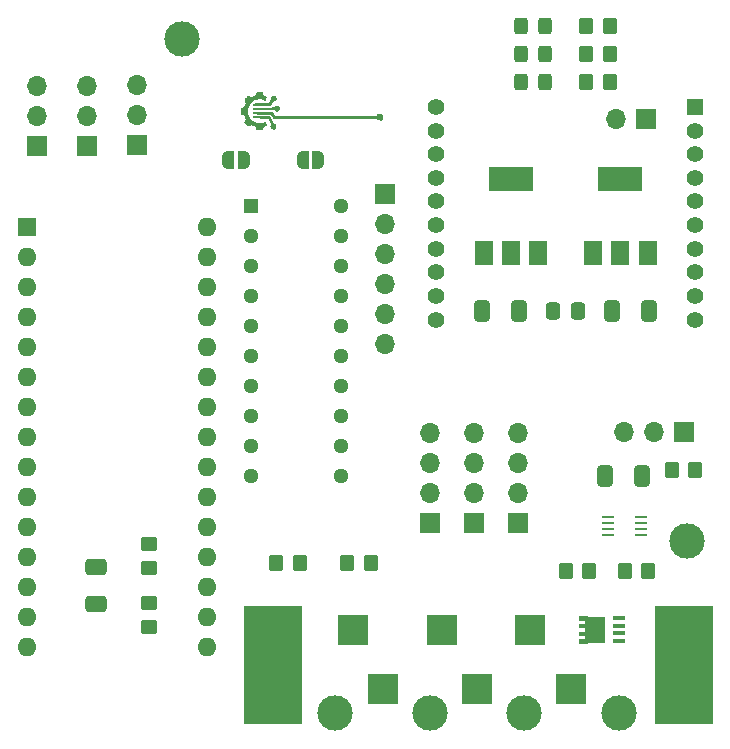
<source format=gbr>
%TF.GenerationSoftware,KiCad,Pcbnew,(5.99.0-9885-g7a8abcadd2)*%
%TF.CreationDate,2021-03-25T06:13:52-06:00*%
%TF.ProjectId,spinnybot-motherboad,7370696e-6e79-4626-9f74-2d6d6f746865,rev?*%
%TF.SameCoordinates,Original*%
%TF.FileFunction,Soldermask,Top*%
%TF.FilePolarity,Negative*%
%FSLAX46Y46*%
G04 Gerber Fmt 4.6, Leading zero omitted, Abs format (unit mm)*
G04 Created by KiCad (PCBNEW (5.99.0-9885-g7a8abcadd2)) date 2021-03-25 06:13:52*
%MOMM*%
%LPD*%
G01*
G04 APERTURE LIST*
G04 Aperture macros list*
%AMRoundRect*
0 Rectangle with rounded corners*
0 $1 Rounding radius*
0 $2 $3 $4 $5 $6 $7 $8 $9 X,Y pos of 4 corners*
0 Add a 4 corners polygon primitive as box body*
4,1,4,$2,$3,$4,$5,$6,$7,$8,$9,$2,$3,0*
0 Add four circle primitives for the rounded corners*
1,1,$1+$1,$2,$3*
1,1,$1+$1,$4,$5*
1,1,$1+$1,$6,$7*
1,1,$1+$1,$8,$9*
0 Add four rect primitives between the rounded corners*
20,1,$1+$1,$2,$3,$4,$5,0*
20,1,$1+$1,$4,$5,$6,$7,0*
20,1,$1+$1,$6,$7,$8,$9,0*
20,1,$1+$1,$8,$9,$2,$3,0*%
%AMFreePoly0*
4,1,22,0.500000,-0.750000,0.000000,-0.750000,0.000000,-0.745033,-0.079941,-0.743568,-0.215256,-0.701293,-0.333266,-0.622738,-0.424486,-0.514219,-0.481581,-0.384460,-0.499164,-0.250000,-0.500000,-0.250000,-0.500000,0.250000,-0.499164,0.250000,-0.499963,0.256109,-0.478152,0.396186,-0.417904,0.524511,-0.324060,0.630769,-0.204165,0.706417,-0.067858,0.745374,0.000000,0.744959,0.000000,0.750000,
0.500000,0.750000,0.500000,-0.750000,0.500000,-0.750000,$1*%
%AMFreePoly1*
4,1,20,0.000000,0.744959,0.073905,0.744508,0.209726,0.703889,0.328688,0.626782,0.421226,0.519385,0.479903,0.390333,0.500000,0.250000,0.500000,-0.250000,0.499851,-0.262216,0.476331,-0.402017,0.414519,-0.529596,0.319384,-0.634700,0.198574,-0.708877,0.061801,-0.746166,0.000000,-0.745033,0.000000,-0.750000,-0.500000,-0.750000,-0.500000,0.750000,0.000000,0.750000,0.000000,0.744959,
0.000000,0.744959,$1*%
%AMFreePoly2*
4,1,21,1.372500,0.787500,0.862500,0.787500,0.862500,0.532500,1.372500,0.532500,1.372500,0.127500,0.862500,0.127500,0.862500,-0.127500,1.372500,-0.127500,1.372500,-0.532500,0.862500,-0.532500,0.862500,-0.787500,1.372500,-0.787500,1.372500,-1.195000,0.612500,-1.195000,0.612500,-1.117500,-0.862500,-1.117500,-0.862500,1.117500,0.612500,1.117500,0.612500,1.195000,1.372500,1.195000,
1.372500,0.787500,1.372500,0.787500,$1*%
G04 Aperture macros list end*
%ADD10C,0.010000*%
%ADD11C,0.600000*%
%ADD12RoundRect,0.250000X-0.350000X-0.450000X0.350000X-0.450000X0.350000X0.450000X-0.350000X0.450000X0*%
%ADD13R,1.700000X1.700000*%
%ADD14O,1.700000X1.700000*%
%ADD15RoundRect,0.250000X0.325000X0.450000X-0.325000X0.450000X-0.325000X-0.450000X0.325000X-0.450000X0*%
%ADD16RoundRect,0.250000X0.412500X0.650000X-0.412500X0.650000X-0.412500X-0.650000X0.412500X-0.650000X0*%
%ADD17RoundRect,0.250000X0.450000X-0.350000X0.450000X0.350000X-0.450000X0.350000X-0.450000X-0.350000X0*%
%ADD18RoundRect,0.250000X0.650000X-0.412500X0.650000X0.412500X-0.650000X0.412500X-0.650000X-0.412500X0*%
%ADD19C,3.000000*%
%ADD20R,1.120000X0.270000*%
%ADD21R,5.000000X10.000000*%
%ADD22R,2.500000X2.500000*%
%ADD23R,1.295400X1.295400*%
%ADD24C,1.295400*%
%ADD25FreePoly0,180.000000*%
%ADD26FreePoly1,180.000000*%
%ADD27R,1.500000X2.000000*%
%ADD28R,3.800000X2.000000*%
%ADD29R,0.990000X0.405000*%
%ADD30FreePoly2,180.000000*%
%ADD31RoundRect,0.250000X0.350000X0.450000X-0.350000X0.450000X-0.350000X-0.450000X0.350000X-0.450000X0*%
%ADD32FreePoly0,0.000000*%
%ADD33FreePoly1,0.000000*%
%ADD34R,1.600000X1.600000*%
%ADD35O,1.600000X1.600000*%
%ADD36RoundRect,0.250000X0.337500X0.475000X-0.337500X0.475000X-0.337500X-0.475000X0.337500X-0.475000X0*%
%ADD37R,1.400000X1.400000*%
%ADD38C,1.400000*%
G04 APERTURE END LIST*
D10*
%TO.C,TP1*%
X100048426Y-58512335D02*
X100080020Y-58513166D01*
X100080020Y-58513166D02*
X100288563Y-58519250D01*
X100288563Y-58519250D02*
X100331069Y-58645014D01*
X100331069Y-58645014D02*
X100356031Y-58713890D01*
X100356031Y-58713890D02*
X100380663Y-58756295D01*
X100380663Y-58756295D02*
X100417123Y-58784910D01*
X100417123Y-58784910D02*
X100477568Y-58812418D01*
X100477568Y-58812418D02*
X100500402Y-58821630D01*
X100500402Y-58821630D02*
X100566718Y-58848829D01*
X100566718Y-58848829D02*
X100615289Y-58869893D01*
X100615289Y-58869893D02*
X100634693Y-58879719D01*
X100634693Y-58879719D02*
X100630565Y-58901128D01*
X100630565Y-58901128D02*
X100612317Y-58949514D01*
X100612317Y-58949514D02*
X100588709Y-59003702D01*
X100588709Y-59003702D02*
X100535260Y-59120449D01*
X100535260Y-59120449D02*
X100411960Y-59077112D01*
X100411960Y-59077112D02*
X100214600Y-59028783D01*
X100214600Y-59028783D02*
X100017907Y-59019873D01*
X100017907Y-59019873D02*
X99826426Y-59047648D01*
X99826426Y-59047648D02*
X99644699Y-59109373D01*
X99644699Y-59109373D02*
X99477272Y-59202310D01*
X99477272Y-59202310D02*
X99328686Y-59323726D01*
X99328686Y-59323726D02*
X99203488Y-59470885D01*
X99203488Y-59470885D02*
X99106219Y-59641051D01*
X99106219Y-59641051D02*
X99041425Y-59831489D01*
X99041425Y-59831489D02*
X99025792Y-59911603D01*
X99025792Y-59911603D02*
X99015132Y-60110808D01*
X99015132Y-60110808D02*
X99042916Y-60305869D01*
X99042916Y-60305869D02*
X99105700Y-60491759D01*
X99105700Y-60491759D02*
X99200035Y-60663448D01*
X99200035Y-60663448D02*
X99322478Y-60815909D01*
X99322478Y-60815909D02*
X99469582Y-60944113D01*
X99469582Y-60944113D02*
X99637902Y-61043033D01*
X99637902Y-61043033D02*
X99823990Y-61107639D01*
X99823990Y-61107639D02*
X99849300Y-61113254D01*
X99849300Y-61113254D02*
X99989696Y-61129066D01*
X99989696Y-61129066D02*
X100147157Y-61125428D01*
X100147157Y-61125428D02*
X100301907Y-61103747D01*
X100301907Y-61103747D02*
X100414067Y-61073077D01*
X100414067Y-61073077D02*
X100479238Y-61050536D01*
X100479238Y-61050536D02*
X100525452Y-61036165D01*
X100525452Y-61036165D02*
X100541903Y-61033059D01*
X100541903Y-61033059D02*
X100593226Y-61146366D01*
X100593226Y-61146366D02*
X100624844Y-61222762D01*
X100624844Y-61222762D02*
X100636941Y-61262704D01*
X100636941Y-61262704D02*
X100636111Y-61268864D01*
X100636111Y-61268864D02*
X100613283Y-61280610D01*
X100613283Y-61280610D02*
X100562413Y-61302770D01*
X100562413Y-61302770D02*
X100500230Y-61328239D01*
X100500230Y-61328239D02*
X100429770Y-61358542D01*
X100429770Y-61358542D02*
X100387628Y-61385999D01*
X100387628Y-61385999D02*
X100362079Y-61421503D01*
X100362079Y-61421503D02*
X100341480Y-61475690D01*
X100341480Y-61475690D02*
X100315250Y-61548794D01*
X100315250Y-61548794D02*
X100287890Y-61596474D01*
X100287890Y-61596474D02*
X100250109Y-61624146D01*
X100250109Y-61624146D02*
X100192618Y-61637225D01*
X100192618Y-61637225D02*
X100106128Y-61641127D01*
X100106128Y-61641127D02*
X100057371Y-61641333D01*
X100057371Y-61641333D02*
X99950465Y-61638387D01*
X99950465Y-61638387D02*
X99875831Y-61629921D01*
X99875831Y-61629921D02*
X99838302Y-61616493D01*
X99838302Y-61616493D02*
X99837713Y-61615933D01*
X99837713Y-61615933D02*
X99815149Y-61578683D01*
X99815149Y-61578683D02*
X99812313Y-61563445D01*
X99812313Y-61563445D02*
X99804868Y-61527893D01*
X99804868Y-61527893D02*
X99786266Y-61471959D01*
X99786266Y-61471959D02*
X99778672Y-61452279D01*
X99778672Y-61452279D02*
X99745168Y-61390373D01*
X99745168Y-61390373D02*
X99698378Y-61355072D01*
X99698378Y-61355072D02*
X99667547Y-61343314D01*
X99667547Y-61343314D02*
X99602943Y-61319319D01*
X99602943Y-61319319D02*
X99523646Y-61285568D01*
X99523646Y-61285568D02*
X99480139Y-61265366D01*
X99480139Y-61265366D02*
X99370215Y-61212307D01*
X99370215Y-61212307D02*
X99260479Y-61269687D01*
X99260479Y-61269687D02*
X99181911Y-61303939D01*
X99181911Y-61303939D02*
X99121176Y-61316923D01*
X99121176Y-61316923D02*
X99104258Y-61315399D01*
X99104258Y-61315399D02*
X99066799Y-61294387D01*
X99066799Y-61294387D02*
X99013841Y-61250829D01*
X99013841Y-61250829D02*
X98954103Y-61193763D01*
X98954103Y-61193763D02*
X98896302Y-61132226D01*
X98896302Y-61132226D02*
X98849155Y-61075256D01*
X98849155Y-61075256D02*
X98821379Y-61031889D01*
X98821379Y-61031889D02*
X98817480Y-61018098D01*
X98817480Y-61018098D02*
X98826857Y-60981292D01*
X98826857Y-60981292D02*
X98850933Y-60923013D01*
X98850933Y-60923013D02*
X98871825Y-60880454D01*
X98871825Y-60880454D02*
X98926170Y-60776521D01*
X98926170Y-60776521D02*
X98860178Y-60621552D01*
X98860178Y-60621552D02*
X98826202Y-60541567D01*
X98826202Y-60541567D02*
X98796720Y-60471806D01*
X98796720Y-60471806D02*
X98777323Y-60425503D01*
X98777323Y-60425503D02*
X98775439Y-60420938D01*
X98775439Y-60420938D02*
X98738330Y-60380690D01*
X98738330Y-60380690D02*
X98686544Y-60360180D01*
X98686544Y-60360180D02*
X98616686Y-60339599D01*
X98616686Y-60339599D02*
X98557458Y-60314946D01*
X98557458Y-60314946D02*
X98498520Y-60284824D01*
X98498520Y-60284824D02*
X98504541Y-60068787D01*
X98504541Y-60068787D02*
X98510563Y-59852750D01*
X98510563Y-59852750D02*
X98635464Y-59810417D01*
X98635464Y-59810417D02*
X98715697Y-59778061D01*
X98715697Y-59778061D02*
X98762626Y-59744841D01*
X98762626Y-59744841D02*
X98781539Y-59715167D01*
X98781539Y-59715167D02*
X98800771Y-59669197D01*
X98800771Y-59669197D02*
X98830779Y-59599691D01*
X98830779Y-59599691D02*
X98864824Y-59522245D01*
X98864824Y-59522245D02*
X98926934Y-59382239D01*
X98926934Y-59382239D02*
X98870554Y-59270978D01*
X98870554Y-59270978D02*
X98837431Y-59192631D01*
X98837431Y-59192631D02*
X98824398Y-59131455D01*
X98824398Y-59131455D02*
X98825877Y-59113089D01*
X98825877Y-59113089D02*
X98846941Y-59075486D01*
X98846941Y-59075486D02*
X98890565Y-59022428D01*
X98890565Y-59022428D02*
X98947706Y-58962634D01*
X98947706Y-58962634D02*
X99009320Y-58904822D01*
X99009320Y-58904822D02*
X99066363Y-58857708D01*
X99066363Y-58857708D02*
X99109793Y-58830010D01*
X99109793Y-58830010D02*
X99123528Y-58826167D01*
X99123528Y-58826167D02*
X99160588Y-58835322D01*
X99160588Y-58835322D02*
X99219360Y-58858846D01*
X99219360Y-58858846D02*
X99262957Y-58879578D01*
X99262957Y-58879578D02*
X99368360Y-58932990D01*
X99368360Y-58932990D02*
X99479211Y-58882641D01*
X99479211Y-58882641D02*
X99557135Y-58849064D01*
X99557135Y-58849064D02*
X99633315Y-58819098D01*
X99633315Y-58819098D02*
X99667251Y-58807142D01*
X99667251Y-58807142D02*
X99721474Y-58780851D01*
X99721474Y-58780851D02*
X99759499Y-58737530D01*
X99759499Y-58737530D02*
X99788067Y-58667396D01*
X99788067Y-58667396D02*
X99803077Y-58610076D01*
X99803077Y-58610076D02*
X99817679Y-58565593D01*
X99817679Y-58565593D02*
X99841859Y-58536256D01*
X99841859Y-58536256D02*
X99883274Y-58519386D01*
X99883274Y-58519386D02*
X99949578Y-58512306D01*
X99949578Y-58512306D02*
X100048426Y-58512335D01*
X100048426Y-58512335D02*
X100048426Y-58512335D01*
G36*
X100048426Y-58512335D02*
G01*
X100080020Y-58513166D01*
X100288563Y-58519250D01*
X100331069Y-58645014D01*
X100356031Y-58713890D01*
X100380663Y-58756295D01*
X100417123Y-58784910D01*
X100477568Y-58812418D01*
X100500402Y-58821630D01*
X100566718Y-58848829D01*
X100615289Y-58869893D01*
X100634693Y-58879719D01*
X100630565Y-58901128D01*
X100612317Y-58949514D01*
X100588709Y-59003702D01*
X100535260Y-59120449D01*
X100411960Y-59077112D01*
X100214600Y-59028783D01*
X100017907Y-59019873D01*
X99826426Y-59047648D01*
X99644699Y-59109373D01*
X99477272Y-59202310D01*
X99328686Y-59323726D01*
X99203488Y-59470885D01*
X99106219Y-59641051D01*
X99041425Y-59831489D01*
X99025792Y-59911603D01*
X99015132Y-60110808D01*
X99042916Y-60305869D01*
X99105700Y-60491759D01*
X99200035Y-60663448D01*
X99322478Y-60815909D01*
X99469582Y-60944113D01*
X99637902Y-61043033D01*
X99823990Y-61107639D01*
X99849300Y-61113254D01*
X99989696Y-61129066D01*
X100147157Y-61125428D01*
X100301907Y-61103747D01*
X100414067Y-61073077D01*
X100479238Y-61050536D01*
X100525452Y-61036165D01*
X100541903Y-61033059D01*
X100593226Y-61146366D01*
X100624844Y-61222762D01*
X100636941Y-61262704D01*
X100636111Y-61268864D01*
X100613283Y-61280610D01*
X100562413Y-61302770D01*
X100500230Y-61328239D01*
X100429770Y-61358542D01*
X100387628Y-61385999D01*
X100362079Y-61421503D01*
X100341480Y-61475690D01*
X100315250Y-61548794D01*
X100287890Y-61596474D01*
X100250109Y-61624146D01*
X100192618Y-61637225D01*
X100106128Y-61641127D01*
X100057371Y-61641333D01*
X99950465Y-61638387D01*
X99875831Y-61629921D01*
X99838302Y-61616493D01*
X99837713Y-61615933D01*
X99815149Y-61578683D01*
X99812313Y-61563445D01*
X99804868Y-61527893D01*
X99786266Y-61471959D01*
X99778672Y-61452279D01*
X99745168Y-61390373D01*
X99698378Y-61355072D01*
X99667547Y-61343314D01*
X99602943Y-61319319D01*
X99523646Y-61285568D01*
X99480139Y-61265366D01*
X99370215Y-61212307D01*
X99260479Y-61269687D01*
X99181911Y-61303939D01*
X99121176Y-61316923D01*
X99104258Y-61315399D01*
X99066799Y-61294387D01*
X99013841Y-61250829D01*
X98954103Y-61193763D01*
X98896302Y-61132226D01*
X98849155Y-61075256D01*
X98821379Y-61031889D01*
X98817480Y-61018098D01*
X98826857Y-60981292D01*
X98850933Y-60923013D01*
X98871825Y-60880454D01*
X98926170Y-60776521D01*
X98860178Y-60621552D01*
X98826202Y-60541567D01*
X98796720Y-60471806D01*
X98777323Y-60425503D01*
X98775439Y-60420938D01*
X98738330Y-60380690D01*
X98686544Y-60360180D01*
X98616686Y-60339599D01*
X98557458Y-60314946D01*
X98498520Y-60284824D01*
X98504541Y-60068787D01*
X98510563Y-59852750D01*
X98635464Y-59810417D01*
X98715697Y-59778061D01*
X98762626Y-59744841D01*
X98781539Y-59715167D01*
X98800771Y-59669197D01*
X98830779Y-59599691D01*
X98864824Y-59522245D01*
X98926934Y-59382239D01*
X98870554Y-59270978D01*
X98837431Y-59192631D01*
X98824398Y-59131455D01*
X98825877Y-59113089D01*
X98846941Y-59075486D01*
X98890565Y-59022428D01*
X98947706Y-58962634D01*
X99009320Y-58904822D01*
X99066363Y-58857708D01*
X99109793Y-58830010D01*
X99123528Y-58826167D01*
X99160588Y-58835322D01*
X99219360Y-58858846D01*
X99262957Y-58879578D01*
X99368360Y-58932990D01*
X99479211Y-58882641D01*
X99557135Y-58849064D01*
X99633315Y-58819098D01*
X99667251Y-58807142D01*
X99721474Y-58780851D01*
X99759499Y-58737530D01*
X99788067Y-58667396D01*
X99803077Y-58610076D01*
X99817679Y-58565593D01*
X99841859Y-58536256D01*
X99883274Y-58519386D01*
X99949578Y-58512306D01*
X100048426Y-58512335D01*
G37*
X100048426Y-58512335D02*
X100080020Y-58513166D01*
X100288563Y-58519250D01*
X100331069Y-58645014D01*
X100356031Y-58713890D01*
X100380663Y-58756295D01*
X100417123Y-58784910D01*
X100477568Y-58812418D01*
X100500402Y-58821630D01*
X100566718Y-58848829D01*
X100615289Y-58869893D01*
X100634693Y-58879719D01*
X100630565Y-58901128D01*
X100612317Y-58949514D01*
X100588709Y-59003702D01*
X100535260Y-59120449D01*
X100411960Y-59077112D01*
X100214600Y-59028783D01*
X100017907Y-59019873D01*
X99826426Y-59047648D01*
X99644699Y-59109373D01*
X99477272Y-59202310D01*
X99328686Y-59323726D01*
X99203488Y-59470885D01*
X99106219Y-59641051D01*
X99041425Y-59831489D01*
X99025792Y-59911603D01*
X99015132Y-60110808D01*
X99042916Y-60305869D01*
X99105700Y-60491759D01*
X99200035Y-60663448D01*
X99322478Y-60815909D01*
X99469582Y-60944113D01*
X99637902Y-61043033D01*
X99823990Y-61107639D01*
X99849300Y-61113254D01*
X99989696Y-61129066D01*
X100147157Y-61125428D01*
X100301907Y-61103747D01*
X100414067Y-61073077D01*
X100479238Y-61050536D01*
X100525452Y-61036165D01*
X100541903Y-61033059D01*
X100593226Y-61146366D01*
X100624844Y-61222762D01*
X100636941Y-61262704D01*
X100636111Y-61268864D01*
X100613283Y-61280610D01*
X100562413Y-61302770D01*
X100500230Y-61328239D01*
X100429770Y-61358542D01*
X100387628Y-61385999D01*
X100362079Y-61421503D01*
X100341480Y-61475690D01*
X100315250Y-61548794D01*
X100287890Y-61596474D01*
X100250109Y-61624146D01*
X100192618Y-61637225D01*
X100106128Y-61641127D01*
X100057371Y-61641333D01*
X99950465Y-61638387D01*
X99875831Y-61629921D01*
X99838302Y-61616493D01*
X99837713Y-61615933D01*
X99815149Y-61578683D01*
X99812313Y-61563445D01*
X99804868Y-61527893D01*
X99786266Y-61471959D01*
X99778672Y-61452279D01*
X99745168Y-61390373D01*
X99698378Y-61355072D01*
X99667547Y-61343314D01*
X99602943Y-61319319D01*
X99523646Y-61285568D01*
X99480139Y-61265366D01*
X99370215Y-61212307D01*
X99260479Y-61269687D01*
X99181911Y-61303939D01*
X99121176Y-61316923D01*
X99104258Y-61315399D01*
X99066799Y-61294387D01*
X99013841Y-61250829D01*
X98954103Y-61193763D01*
X98896302Y-61132226D01*
X98849155Y-61075256D01*
X98821379Y-61031889D01*
X98817480Y-61018098D01*
X98826857Y-60981292D01*
X98850933Y-60923013D01*
X98871825Y-60880454D01*
X98926170Y-60776521D01*
X98860178Y-60621552D01*
X98826202Y-60541567D01*
X98796720Y-60471806D01*
X98777323Y-60425503D01*
X98775439Y-60420938D01*
X98738330Y-60380690D01*
X98686544Y-60360180D01*
X98616686Y-60339599D01*
X98557458Y-60314946D01*
X98498520Y-60284824D01*
X98504541Y-60068787D01*
X98510563Y-59852750D01*
X98635464Y-59810417D01*
X98715697Y-59778061D01*
X98762626Y-59744841D01*
X98781539Y-59715167D01*
X98800771Y-59669197D01*
X98830779Y-59599691D01*
X98864824Y-59522245D01*
X98926934Y-59382239D01*
X98870554Y-59270978D01*
X98837431Y-59192631D01*
X98824398Y-59131455D01*
X98825877Y-59113089D01*
X98846941Y-59075486D01*
X98890565Y-59022428D01*
X98947706Y-58962634D01*
X99009320Y-58904822D01*
X99066363Y-58857708D01*
X99109793Y-58830010D01*
X99123528Y-58826167D01*
X99160588Y-58835322D01*
X99219360Y-58858846D01*
X99262957Y-58879578D01*
X99368360Y-58932990D01*
X99479211Y-58882641D01*
X99557135Y-58849064D01*
X99633315Y-58819098D01*
X99667251Y-58807142D01*
X99721474Y-58780851D01*
X99759499Y-58737530D01*
X99788067Y-58667396D01*
X99803077Y-58610076D01*
X99817679Y-58565593D01*
X99841859Y-58536256D01*
X99883274Y-58519386D01*
X99949578Y-58512306D01*
X100048426Y-58512335D01*
X101340600Y-58800504D02*
X101407733Y-58851221D01*
X101407733Y-58851221D02*
X101441651Y-58909637D01*
X101441651Y-58909637D02*
X101459520Y-58998780D01*
X101459520Y-58998780D02*
X101442979Y-59082016D01*
X101442979Y-59082016D02*
X101397528Y-59150360D01*
X101397528Y-59150360D02*
X101328665Y-59194824D01*
X101328665Y-59194824D02*
X101259587Y-59207167D01*
X101259587Y-59207167D02*
X101226352Y-59209132D01*
X101226352Y-59209132D02*
X101200430Y-59219648D01*
X101200430Y-59219648D02*
X101175760Y-59245643D01*
X101175760Y-59245643D02*
X101146278Y-59294047D01*
X101146278Y-59294047D02*
X101105920Y-59371790D01*
X101105920Y-59371790D02*
X101092896Y-59397667D01*
X101092896Y-59397667D02*
X100997221Y-59588167D01*
X100997221Y-59588167D02*
X100287686Y-59588167D01*
X100287686Y-59588167D02*
X100094259Y-59588001D01*
X100094259Y-59588001D02*
X99938946Y-59587368D01*
X99938946Y-59587368D02*
X99817530Y-59586067D01*
X99817530Y-59586067D02*
X99725791Y-59583896D01*
X99725791Y-59583896D02*
X99659512Y-59580652D01*
X99659512Y-59580652D02*
X99614475Y-59576133D01*
X99614475Y-59576133D02*
X99586461Y-59570137D01*
X99586461Y-59570137D02*
X99571252Y-59562462D01*
X99571252Y-59562462D02*
X99564863Y-59553539D01*
X99564863Y-59553539D02*
X99563955Y-59507233D01*
X99563955Y-59507233D02*
X99573117Y-59484748D01*
X99573117Y-59484748D02*
X99583378Y-59474973D01*
X99583378Y-59474973D02*
X99603475Y-59467118D01*
X99603475Y-59467118D02*
X99637844Y-59460919D01*
X99637844Y-59460919D02*
X99690924Y-59456114D01*
X99690924Y-59456114D02*
X99767155Y-59452439D01*
X99767155Y-59452439D02*
X99870973Y-59449630D01*
X99870973Y-59449630D02*
X100006818Y-59447424D01*
X100006818Y-59447424D02*
X100179127Y-59445558D01*
X100179127Y-59445558D02*
X100243153Y-59444986D01*
X100243153Y-59444986D02*
X100891648Y-59439388D01*
X100891648Y-59439388D02*
X100973248Y-59275652D01*
X100973248Y-59275652D02*
X101015538Y-59185275D01*
X101015538Y-59185275D02*
X101037802Y-59121681D01*
X101037802Y-59121681D02*
X101042730Y-59075928D01*
X101042730Y-59075928D02*
X101039305Y-59056117D01*
X101039305Y-59056117D02*
X101035378Y-58994237D01*
X101035378Y-58994237D02*
X101188146Y-58994237D01*
X101188146Y-58994237D02*
X101202221Y-59042345D01*
X101202221Y-59042345D02*
X101236630Y-59059296D01*
X101236630Y-59059296D02*
X101279649Y-59041578D01*
X101279649Y-59041578D02*
X101294861Y-59026188D01*
X101294861Y-59026188D02*
X101310850Y-58993983D01*
X101310850Y-58993983D02*
X101291570Y-58962857D01*
X101291570Y-58962857D02*
X101290628Y-58961910D01*
X101290628Y-58961910D02*
X101249455Y-58942210D01*
X101249455Y-58942210D02*
X101209829Y-58952151D01*
X101209829Y-58952151D02*
X101188684Y-58986392D01*
X101188684Y-58986392D02*
X101188146Y-58994237D01*
X101188146Y-58994237D02*
X101035378Y-58994237D01*
X101035378Y-58994237D02*
X101033560Y-58965598D01*
X101033560Y-58965598D02*
X101063471Y-58885010D01*
X101063471Y-58885010D02*
X101122381Y-58823016D01*
X101122381Y-58823016D02*
X101203631Y-58788280D01*
X101203631Y-58788280D02*
X101248560Y-58783833D01*
X101248560Y-58783833D02*
X101340600Y-58800504D01*
X101340600Y-58800504D02*
X101340600Y-58800504D01*
G36*
X101063471Y-58885010D02*
G01*
X101122381Y-58823016D01*
X101203631Y-58788280D01*
X101248560Y-58783833D01*
X101340600Y-58800504D01*
X101407733Y-58851221D01*
X101441651Y-58909637D01*
X101459520Y-58998780D01*
X101442979Y-59082016D01*
X101397528Y-59150360D01*
X101328665Y-59194824D01*
X101259587Y-59207167D01*
X101226352Y-59209132D01*
X101200430Y-59219648D01*
X101175760Y-59245643D01*
X101146278Y-59294047D01*
X101105920Y-59371790D01*
X101092896Y-59397667D01*
X100997221Y-59588167D01*
X100287686Y-59588167D01*
X100094259Y-59588001D01*
X99938946Y-59587368D01*
X99817530Y-59586067D01*
X99725791Y-59583896D01*
X99659512Y-59580652D01*
X99614475Y-59576133D01*
X99586461Y-59570137D01*
X99571252Y-59562462D01*
X99564863Y-59553539D01*
X99563955Y-59507233D01*
X99573117Y-59484748D01*
X99583378Y-59474973D01*
X99603475Y-59467118D01*
X99637844Y-59460919D01*
X99690924Y-59456114D01*
X99767155Y-59452439D01*
X99870973Y-59449630D01*
X100006818Y-59447424D01*
X100179127Y-59445558D01*
X100243153Y-59444986D01*
X100891648Y-59439388D01*
X100973248Y-59275652D01*
X101015538Y-59185275D01*
X101037802Y-59121681D01*
X101042730Y-59075928D01*
X101039305Y-59056117D01*
X101035378Y-58994237D01*
X101188146Y-58994237D01*
X101202221Y-59042345D01*
X101236630Y-59059296D01*
X101279649Y-59041578D01*
X101294861Y-59026188D01*
X101310850Y-58993983D01*
X101291570Y-58962857D01*
X101290628Y-58961910D01*
X101249455Y-58942210D01*
X101209829Y-58952151D01*
X101188684Y-58986392D01*
X101188146Y-58994237D01*
X101035378Y-58994237D01*
X101033560Y-58965598D01*
X101063471Y-58885010D01*
G37*
X101063471Y-58885010D02*
X101122381Y-58823016D01*
X101203631Y-58788280D01*
X101248560Y-58783833D01*
X101340600Y-58800504D01*
X101407733Y-58851221D01*
X101441651Y-58909637D01*
X101459520Y-58998780D01*
X101442979Y-59082016D01*
X101397528Y-59150360D01*
X101328665Y-59194824D01*
X101259587Y-59207167D01*
X101226352Y-59209132D01*
X101200430Y-59219648D01*
X101175760Y-59245643D01*
X101146278Y-59294047D01*
X101105920Y-59371790D01*
X101092896Y-59397667D01*
X100997221Y-59588167D01*
X100287686Y-59588167D01*
X100094259Y-59588001D01*
X99938946Y-59587368D01*
X99817530Y-59586067D01*
X99725791Y-59583896D01*
X99659512Y-59580652D01*
X99614475Y-59576133D01*
X99586461Y-59570137D01*
X99571252Y-59562462D01*
X99564863Y-59553539D01*
X99563955Y-59507233D01*
X99573117Y-59484748D01*
X99583378Y-59474973D01*
X99603475Y-59467118D01*
X99637844Y-59460919D01*
X99690924Y-59456114D01*
X99767155Y-59452439D01*
X99870973Y-59449630D01*
X100006818Y-59447424D01*
X100179127Y-59445558D01*
X100243153Y-59444986D01*
X100891648Y-59439388D01*
X100973248Y-59275652D01*
X101015538Y-59185275D01*
X101037802Y-59121681D01*
X101042730Y-59075928D01*
X101039305Y-59056117D01*
X101035378Y-58994237D01*
X101188146Y-58994237D01*
X101202221Y-59042345D01*
X101236630Y-59059296D01*
X101279649Y-59041578D01*
X101294861Y-59026188D01*
X101310850Y-58993983D01*
X101291570Y-58962857D01*
X101290628Y-58961910D01*
X101249455Y-58942210D01*
X101209829Y-58952151D01*
X101188684Y-58986392D01*
X101188146Y-58994237D01*
X101035378Y-58994237D01*
X101033560Y-58965598D01*
X101063471Y-58885010D01*
X100143971Y-60142038D02*
X100345724Y-60143187D01*
X100345724Y-60143187D02*
X100394408Y-60143528D01*
X100394408Y-60143528D02*
X101172614Y-60149083D01*
X101172614Y-60149083D02*
X101346896Y-60546349D01*
X101346896Y-60546349D02*
X105714234Y-60535244D01*
X105714234Y-60535244D02*
X110081571Y-60524139D01*
X110081571Y-60524139D02*
X110138067Y-60470352D01*
X110138067Y-60470352D02*
X110217586Y-60420334D01*
X110217586Y-60420334D02*
X110305544Y-60406741D01*
X110305544Y-60406741D02*
X110391009Y-60429606D01*
X110391009Y-60429606D02*
X110445676Y-60469470D01*
X110445676Y-60469470D02*
X110484688Y-60521024D01*
X110484688Y-60521024D02*
X110500139Y-60582846D01*
X110500139Y-60582846D02*
X110501480Y-60619264D01*
X110501480Y-60619264D02*
X110483799Y-60712520D01*
X110483799Y-60712520D02*
X110435928Y-60782565D01*
X110435928Y-60782565D02*
X110365625Y-60824951D01*
X110365625Y-60824951D02*
X110280649Y-60835231D01*
X110280649Y-60835231D02*
X110188755Y-60808957D01*
X110188755Y-60808957D02*
X110179220Y-60804005D01*
X110179220Y-60804005D02*
X110128966Y-60766318D01*
X110128966Y-60766318D02*
X110097286Y-60727379D01*
X110097286Y-60727379D02*
X110073028Y-60682053D01*
X110073028Y-60682053D02*
X105656070Y-60697135D01*
X105656070Y-60697135D02*
X101239113Y-60712216D01*
X101239113Y-60712216D02*
X101195904Y-60616941D01*
X101195904Y-60616941D02*
X110235185Y-60616941D01*
X110235185Y-60616941D02*
X110249706Y-60659766D01*
X110249706Y-60659766D02*
X110283841Y-60686547D01*
X110283841Y-60686547D02*
X110316541Y-60673846D01*
X110316541Y-60673846D02*
X110331922Y-60657353D01*
X110331922Y-60657353D02*
X110348444Y-60613486D01*
X110348444Y-60613486D02*
X110332402Y-60576465D01*
X110332402Y-60576465D02*
X110292742Y-60561833D01*
X110292742Y-60561833D02*
X110252027Y-60578492D01*
X110252027Y-60578492D02*
X110235185Y-60616941D01*
X110235185Y-60616941D02*
X101195904Y-60616941D01*
X101195904Y-60616941D02*
X101147414Y-60510025D01*
X101147414Y-60510025D02*
X101055716Y-60307833D01*
X101055716Y-60307833D02*
X100340276Y-60307833D01*
X100340276Y-60307833D02*
X100144266Y-60307627D01*
X100144266Y-60307627D02*
X99986321Y-60306881D01*
X99986321Y-60306881D02*
X99862174Y-60305406D01*
X99862174Y-60305406D02*
X99767560Y-60303012D01*
X99767560Y-60303012D02*
X99698211Y-60299511D01*
X99698211Y-60299511D02*
X99649860Y-60294711D01*
X99649860Y-60294711D02*
X99618242Y-60288425D01*
X99618242Y-60288425D02*
X99599089Y-60280462D01*
X99599089Y-60280462D02*
X99591575Y-60274571D01*
X99591575Y-60274571D02*
X99564618Y-60236116D01*
X99564618Y-60236116D02*
X99558313Y-60213663D01*
X99558313Y-60213663D02*
X99560393Y-60194531D01*
X99560393Y-60194531D02*
X99569209Y-60178948D01*
X99569209Y-60178948D02*
X99588623Y-60166591D01*
X99588623Y-60166591D02*
X99622497Y-60157136D01*
X99622497Y-60157136D02*
X99674695Y-60150257D01*
X99674695Y-60150257D02*
X99749079Y-60145632D01*
X99749079Y-60145632D02*
X99849511Y-60142937D01*
X99849511Y-60142937D02*
X99979854Y-60141847D01*
X99979854Y-60141847D02*
X100143971Y-60142038D01*
X100143971Y-60142038D02*
X100143971Y-60142038D01*
G36*
X101055716Y-60307833D02*
G01*
X100340276Y-60307833D01*
X100144266Y-60307627D01*
X99986321Y-60306881D01*
X99862174Y-60305406D01*
X99767560Y-60303012D01*
X99698211Y-60299511D01*
X99649860Y-60294711D01*
X99618242Y-60288425D01*
X99599089Y-60280462D01*
X99591575Y-60274571D01*
X99564618Y-60236116D01*
X99558313Y-60213663D01*
X99560393Y-60194531D01*
X99569209Y-60178948D01*
X99588623Y-60166591D01*
X99622497Y-60157136D01*
X99674695Y-60150257D01*
X99749079Y-60145632D01*
X99849511Y-60142937D01*
X99979854Y-60141847D01*
X100143971Y-60142038D01*
X100345724Y-60143187D01*
X100394408Y-60143528D01*
X101172614Y-60149083D01*
X101346896Y-60546349D01*
X105714234Y-60535244D01*
X110081571Y-60524139D01*
X110138067Y-60470352D01*
X110217586Y-60420334D01*
X110305544Y-60406741D01*
X110391009Y-60429606D01*
X110445676Y-60469470D01*
X110484688Y-60521024D01*
X110500139Y-60582846D01*
X110501480Y-60619264D01*
X110483799Y-60712520D01*
X110435928Y-60782565D01*
X110365625Y-60824951D01*
X110280649Y-60835231D01*
X110188755Y-60808957D01*
X110179220Y-60804005D01*
X110128966Y-60766318D01*
X110097286Y-60727379D01*
X110073028Y-60682053D01*
X105656070Y-60697135D01*
X101239113Y-60712216D01*
X101195904Y-60616941D01*
X110235185Y-60616941D01*
X110249706Y-60659766D01*
X110283841Y-60686547D01*
X110316541Y-60673846D01*
X110331922Y-60657353D01*
X110348444Y-60613486D01*
X110332402Y-60576465D01*
X110292742Y-60561833D01*
X110252027Y-60578492D01*
X110235185Y-60616941D01*
X101195904Y-60616941D01*
X101147414Y-60510025D01*
X101055716Y-60307833D01*
G37*
X101055716Y-60307833D02*
X100340276Y-60307833D01*
X100144266Y-60307627D01*
X99986321Y-60306881D01*
X99862174Y-60305406D01*
X99767560Y-60303012D01*
X99698211Y-60299511D01*
X99649860Y-60294711D01*
X99618242Y-60288425D01*
X99599089Y-60280462D01*
X99591575Y-60274571D01*
X99564618Y-60236116D01*
X99558313Y-60213663D01*
X99560393Y-60194531D01*
X99569209Y-60178948D01*
X99588623Y-60166591D01*
X99622497Y-60157136D01*
X99674695Y-60150257D01*
X99749079Y-60145632D01*
X99849511Y-60142937D01*
X99979854Y-60141847D01*
X100143971Y-60142038D01*
X100345724Y-60143187D01*
X100394408Y-60143528D01*
X101172614Y-60149083D01*
X101346896Y-60546349D01*
X105714234Y-60535244D01*
X110081571Y-60524139D01*
X110138067Y-60470352D01*
X110217586Y-60420334D01*
X110305544Y-60406741D01*
X110391009Y-60429606D01*
X110445676Y-60469470D01*
X110484688Y-60521024D01*
X110500139Y-60582846D01*
X110501480Y-60619264D01*
X110483799Y-60712520D01*
X110435928Y-60782565D01*
X110365625Y-60824951D01*
X110280649Y-60835231D01*
X110188755Y-60808957D01*
X110179220Y-60804005D01*
X110128966Y-60766318D01*
X110097286Y-60727379D01*
X110073028Y-60682053D01*
X105656070Y-60697135D01*
X101239113Y-60712216D01*
X101195904Y-60616941D01*
X110235185Y-60616941D01*
X110249706Y-60659766D01*
X110283841Y-60686547D01*
X110316541Y-60673846D01*
X110331922Y-60657353D01*
X110348444Y-60613486D01*
X110332402Y-60576465D01*
X110292742Y-60561833D01*
X110252027Y-60578492D01*
X110235185Y-60616941D01*
X101195904Y-60616941D01*
X101147414Y-60510025D01*
X101055716Y-60307833D01*
X101080403Y-60826417D02*
X101138481Y-60955474D01*
X101138481Y-60955474D02*
X101183295Y-61049946D01*
X101183295Y-61049946D02*
X101217465Y-61114486D01*
X101217465Y-61114486D02*
X101243609Y-61153749D01*
X101243609Y-61153749D02*
X101264344Y-61172392D01*
X101264344Y-61172392D02*
X101276834Y-61175667D01*
X101276834Y-61175667D02*
X101317612Y-61189952D01*
X101317612Y-61189952D02*
X101367400Y-61225464D01*
X101367400Y-61225464D02*
X101380274Y-61237538D01*
X101380274Y-61237538D02*
X101422402Y-61289934D01*
X101422402Y-61289934D02*
X101439848Y-61347230D01*
X101439848Y-61347230D02*
X101442146Y-61394407D01*
X101442146Y-61394407D02*
X101436904Y-61461147D01*
X101436904Y-61461147D02*
X101415253Y-61506673D01*
X101415253Y-61506673D02*
X101377022Y-61544202D01*
X101377022Y-61544202D02*
X101292812Y-61591374D01*
X101292812Y-61591374D02*
X101204472Y-61599660D01*
X101204472Y-61599660D02*
X101120692Y-61569270D01*
X101120692Y-61569270D02*
X101080685Y-61537128D01*
X101080685Y-61537128D02*
X101033345Y-61463763D01*
X101033345Y-61463763D02*
X101018492Y-61384790D01*
X101018492Y-61384790D02*
X101171220Y-61384790D01*
X101171220Y-61384790D02*
X101186014Y-61416484D01*
X101186014Y-61416484D02*
X101188018Y-61418929D01*
X101188018Y-61418929D02*
X101228928Y-61445042D01*
X101228928Y-61445042D02*
X101267705Y-61436344D01*
X101267705Y-61436344D02*
X101289630Y-61396280D01*
X101289630Y-61396280D02*
X101289807Y-61395103D01*
X101289807Y-61395103D02*
X101280245Y-61352760D01*
X101280245Y-61352760D02*
X101246829Y-61333297D01*
X101246829Y-61333297D02*
X101204682Y-61343077D01*
X101204682Y-61343077D02*
X101191498Y-61353743D01*
X101191498Y-61353743D02*
X101171220Y-61384790D01*
X101171220Y-61384790D02*
X101018492Y-61384790D01*
X101018492Y-61384790D02*
X101017286Y-61378381D01*
X101017286Y-61378381D02*
X101034171Y-61295771D01*
X101034171Y-61295771D02*
X101050340Y-61267075D01*
X101050340Y-61267075D02*
X101061464Y-61246775D01*
X101061464Y-61246775D02*
X101064753Y-61222453D01*
X101064753Y-61222453D02*
X101058257Y-61187330D01*
X101058257Y-61187330D02*
X101040028Y-61134624D01*
X101040028Y-61134624D02*
X101008119Y-61057555D01*
X101008119Y-61057555D02*
X100960580Y-60949343D01*
X100960580Y-60949343D02*
X100956238Y-60939574D01*
X100956238Y-60939574D02*
X100830609Y-60657083D01*
X100830609Y-60657083D02*
X100220919Y-60646500D01*
X100220919Y-60646500D02*
X100063571Y-60643209D01*
X100063571Y-60643209D02*
X99919455Y-60639125D01*
X99919455Y-60639125D02*
X99794161Y-60634493D01*
X99794161Y-60634493D02*
X99693280Y-60629556D01*
X99693280Y-60629556D02*
X99622399Y-60624557D01*
X99622399Y-60624557D02*
X99587109Y-60619739D01*
X99587109Y-60619739D02*
X99584771Y-60618792D01*
X99584771Y-60618792D02*
X99561106Y-60581860D01*
X99561106Y-60581860D02*
X99564695Y-60533004D01*
X99564695Y-60533004D02*
X99583713Y-60502567D01*
X99583713Y-60502567D02*
X99604134Y-60494831D01*
X99604134Y-60494831D02*
X99650290Y-60488655D01*
X99650290Y-60488655D02*
X99725169Y-60483926D01*
X99725169Y-60483926D02*
X99831761Y-60480533D01*
X99831761Y-60480533D02*
X99973056Y-60478365D01*
X99973056Y-60478365D02*
X100152044Y-60477311D01*
X100152044Y-60477311D02*
X100267327Y-60477167D01*
X100267327Y-60477167D02*
X100925542Y-60477167D01*
X100925542Y-60477167D02*
X101080403Y-60826417D01*
X101080403Y-60826417D02*
X101080403Y-60826417D01*
G36*
X101034171Y-61295771D02*
G01*
X101050340Y-61267075D01*
X101061464Y-61246775D01*
X101064753Y-61222453D01*
X101058257Y-61187330D01*
X101040028Y-61134624D01*
X101008119Y-61057555D01*
X100960580Y-60949343D01*
X100956238Y-60939574D01*
X100830609Y-60657083D01*
X100220919Y-60646500D01*
X100063571Y-60643209D01*
X99919455Y-60639125D01*
X99794161Y-60634493D01*
X99693280Y-60629556D01*
X99622399Y-60624557D01*
X99587109Y-60619739D01*
X99584771Y-60618792D01*
X99561106Y-60581860D01*
X99564695Y-60533004D01*
X99583713Y-60502567D01*
X99604134Y-60494831D01*
X99650290Y-60488655D01*
X99725169Y-60483926D01*
X99831761Y-60480533D01*
X99973056Y-60478365D01*
X100152044Y-60477311D01*
X100267327Y-60477167D01*
X100925542Y-60477167D01*
X101080403Y-60826417D01*
X101138481Y-60955474D01*
X101183295Y-61049946D01*
X101217465Y-61114486D01*
X101243609Y-61153749D01*
X101264344Y-61172392D01*
X101276834Y-61175667D01*
X101317612Y-61189952D01*
X101367400Y-61225464D01*
X101380274Y-61237538D01*
X101422402Y-61289934D01*
X101439848Y-61347230D01*
X101442146Y-61394407D01*
X101436904Y-61461147D01*
X101415253Y-61506673D01*
X101377022Y-61544202D01*
X101292812Y-61591374D01*
X101204472Y-61599660D01*
X101120692Y-61569270D01*
X101080685Y-61537128D01*
X101033345Y-61463763D01*
X101018492Y-61384790D01*
X101171220Y-61384790D01*
X101186014Y-61416484D01*
X101188018Y-61418929D01*
X101228928Y-61445042D01*
X101267705Y-61436344D01*
X101289630Y-61396280D01*
X101289807Y-61395103D01*
X101280245Y-61352760D01*
X101246829Y-61333297D01*
X101204682Y-61343077D01*
X101191498Y-61353743D01*
X101171220Y-61384790D01*
X101018492Y-61384790D01*
X101017286Y-61378381D01*
X101034171Y-61295771D01*
G37*
X101034171Y-61295771D02*
X101050340Y-61267075D01*
X101061464Y-61246775D01*
X101064753Y-61222453D01*
X101058257Y-61187330D01*
X101040028Y-61134624D01*
X101008119Y-61057555D01*
X100960580Y-60949343D01*
X100956238Y-60939574D01*
X100830609Y-60657083D01*
X100220919Y-60646500D01*
X100063571Y-60643209D01*
X99919455Y-60639125D01*
X99794161Y-60634493D01*
X99693280Y-60629556D01*
X99622399Y-60624557D01*
X99587109Y-60619739D01*
X99584771Y-60618792D01*
X99561106Y-60581860D01*
X99564695Y-60533004D01*
X99583713Y-60502567D01*
X99604134Y-60494831D01*
X99650290Y-60488655D01*
X99725169Y-60483926D01*
X99831761Y-60480533D01*
X99973056Y-60478365D01*
X100152044Y-60477311D01*
X100267327Y-60477167D01*
X100925542Y-60477167D01*
X101080403Y-60826417D01*
X101138481Y-60955474D01*
X101183295Y-61049946D01*
X101217465Y-61114486D01*
X101243609Y-61153749D01*
X101264344Y-61172392D01*
X101276834Y-61175667D01*
X101317612Y-61189952D01*
X101367400Y-61225464D01*
X101380274Y-61237538D01*
X101422402Y-61289934D01*
X101439848Y-61347230D01*
X101442146Y-61394407D01*
X101436904Y-61461147D01*
X101415253Y-61506673D01*
X101377022Y-61544202D01*
X101292812Y-61591374D01*
X101204472Y-61599660D01*
X101120692Y-61569270D01*
X101080685Y-61537128D01*
X101033345Y-61463763D01*
X101018492Y-61384790D01*
X101171220Y-61384790D01*
X101186014Y-61416484D01*
X101188018Y-61418929D01*
X101228928Y-61445042D01*
X101267705Y-61436344D01*
X101289630Y-61396280D01*
X101289807Y-61395103D01*
X101280245Y-61352760D01*
X101246829Y-61333297D01*
X101204682Y-61343077D01*
X101191498Y-61353743D01*
X101171220Y-61384790D01*
X101018492Y-61384790D01*
X101017286Y-61378381D01*
X101034171Y-61295771D01*
X101576458Y-59660239D02*
X101658097Y-59694975D01*
X101658097Y-59694975D02*
X101713613Y-59759902D01*
X101713613Y-59759902D02*
X101737840Y-59848426D01*
X101737840Y-59848426D02*
X101738480Y-59866932D01*
X101738480Y-59866932D02*
X101721749Y-59963521D01*
X101721749Y-59963521D02*
X101673155Y-60034858D01*
X101673155Y-60034858D02*
X101606924Y-60073416D01*
X101606924Y-60073416D02*
X101545450Y-60091273D01*
X101545450Y-60091273D02*
X101499762Y-60091434D01*
X101499762Y-60091434D02*
X101450361Y-60075422D01*
X101450361Y-60075422D02*
X101405229Y-60045857D01*
X101405229Y-60045857D02*
X101362837Y-60002920D01*
X101362837Y-60002920D02*
X101320014Y-59948479D01*
X101320014Y-59948479D02*
X100457339Y-59942948D01*
X100457339Y-59942948D02*
X100241557Y-59941420D01*
X100241557Y-59941420D02*
X100064272Y-59939754D01*
X100064272Y-59939754D02*
X99921651Y-59937775D01*
X99921651Y-59937775D02*
X99809858Y-59935313D01*
X99809858Y-59935313D02*
X99725058Y-59932196D01*
X99725058Y-59932196D02*
X99663417Y-59928250D01*
X99663417Y-59928250D02*
X99621099Y-59923304D01*
X99621099Y-59923304D02*
X99594269Y-59917186D01*
X99594269Y-59917186D02*
X99579093Y-59909724D01*
X99579093Y-59909724D02*
X99573120Y-59903252D01*
X99573120Y-59903252D02*
X99562683Y-59863134D01*
X99562683Y-59863134D02*
X101471814Y-59863134D01*
X101471814Y-59863134D02*
X101475009Y-59890350D01*
X101475009Y-59890350D02*
X101504151Y-59920190D01*
X101504151Y-59920190D02*
X101545511Y-59924289D01*
X101545511Y-59924289D02*
X101578941Y-59902071D01*
X101578941Y-59902071D02*
X101583288Y-59893442D01*
X101583288Y-59893442D02*
X101580544Y-59852461D01*
X101580544Y-59852461D02*
X101565786Y-59829735D01*
X101565786Y-59829735D02*
X101527765Y-59814327D01*
X101527765Y-59814327D02*
X101491368Y-59828848D01*
X101491368Y-59828848D02*
X101471814Y-59863134D01*
X101471814Y-59863134D02*
X99562683Y-59863134D01*
X99562683Y-59863134D02*
X99561118Y-59857119D01*
X99561118Y-59857119D02*
X99564863Y-59834460D01*
X99564863Y-59834460D02*
X99571305Y-59825896D01*
X99571305Y-59825896D02*
X99585957Y-59818858D01*
X99585957Y-59818858D02*
X99612608Y-59813199D01*
X99612608Y-59813199D02*
X99655044Y-59808772D01*
X99655044Y-59808772D02*
X99717051Y-59805429D01*
X99717051Y-59805429D02*
X99802415Y-59803024D01*
X99802415Y-59803024D02*
X99914925Y-59801409D01*
X99914925Y-59801409D02*
X100058365Y-59800437D01*
X100058365Y-59800437D02*
X100236523Y-59799961D01*
X100236523Y-59799961D02*
X100453186Y-59799833D01*
X100453186Y-59799833D02*
X100455805Y-59799833D01*
X100455805Y-59799833D02*
X100671396Y-59799789D01*
X100671396Y-59799789D02*
X100848508Y-59799531D01*
X100848508Y-59799531D02*
X100990999Y-59798870D01*
X100990999Y-59798870D02*
X101102723Y-59797619D01*
X101102723Y-59797619D02*
X101187537Y-59795589D01*
X101187537Y-59795589D02*
X101249296Y-59792591D01*
X101249296Y-59792591D02*
X101291855Y-59788438D01*
X101291855Y-59788438D02*
X101319070Y-59782941D01*
X101319070Y-59782941D02*
X101334798Y-59775912D01*
X101334798Y-59775912D02*
X101342893Y-59767163D01*
X101342893Y-59767163D02*
X101347212Y-59756504D01*
X101347212Y-59756504D02*
X101347279Y-59756295D01*
X101347279Y-59756295D02*
X101382166Y-59709018D01*
X101382166Y-59709018D02*
X101444688Y-59674071D01*
X101444688Y-59674071D02*
X101520629Y-59657412D01*
X101520629Y-59657412D02*
X101576458Y-59660239D01*
X101576458Y-59660239D02*
X101576458Y-59660239D01*
G36*
X99564863Y-59834460D02*
G01*
X99571305Y-59825896D01*
X99585957Y-59818858D01*
X99612608Y-59813199D01*
X99655044Y-59808772D01*
X99717051Y-59805429D01*
X99802415Y-59803024D01*
X99914925Y-59801409D01*
X100058365Y-59800437D01*
X100236523Y-59799961D01*
X100453186Y-59799833D01*
X100455805Y-59799833D01*
X100671396Y-59799789D01*
X100848508Y-59799531D01*
X100990999Y-59798870D01*
X101102723Y-59797619D01*
X101187537Y-59795589D01*
X101249296Y-59792591D01*
X101291855Y-59788438D01*
X101319070Y-59782941D01*
X101334798Y-59775912D01*
X101342893Y-59767163D01*
X101347212Y-59756504D01*
X101347279Y-59756295D01*
X101382166Y-59709018D01*
X101444688Y-59674071D01*
X101520629Y-59657412D01*
X101576458Y-59660239D01*
X101658097Y-59694975D01*
X101713613Y-59759902D01*
X101737840Y-59848426D01*
X101738480Y-59866932D01*
X101721749Y-59963521D01*
X101673155Y-60034858D01*
X101606924Y-60073416D01*
X101545450Y-60091273D01*
X101499762Y-60091434D01*
X101450361Y-60075422D01*
X101405229Y-60045857D01*
X101362837Y-60002920D01*
X101320014Y-59948479D01*
X100457339Y-59942948D01*
X100241557Y-59941420D01*
X100064272Y-59939754D01*
X99921651Y-59937775D01*
X99809858Y-59935313D01*
X99725058Y-59932196D01*
X99663417Y-59928250D01*
X99621099Y-59923304D01*
X99594269Y-59917186D01*
X99579093Y-59909724D01*
X99573120Y-59903252D01*
X99562683Y-59863134D01*
X101471814Y-59863134D01*
X101475009Y-59890350D01*
X101504151Y-59920190D01*
X101545511Y-59924289D01*
X101578941Y-59902071D01*
X101583288Y-59893442D01*
X101580544Y-59852461D01*
X101565786Y-59829735D01*
X101527765Y-59814327D01*
X101491368Y-59828848D01*
X101471814Y-59863134D01*
X99562683Y-59863134D01*
X99561118Y-59857119D01*
X99564863Y-59834460D01*
G37*
X99564863Y-59834460D02*
X99571305Y-59825896D01*
X99585957Y-59818858D01*
X99612608Y-59813199D01*
X99655044Y-59808772D01*
X99717051Y-59805429D01*
X99802415Y-59803024D01*
X99914925Y-59801409D01*
X100058365Y-59800437D01*
X100236523Y-59799961D01*
X100453186Y-59799833D01*
X100455805Y-59799833D01*
X100671396Y-59799789D01*
X100848508Y-59799531D01*
X100990999Y-59798870D01*
X101102723Y-59797619D01*
X101187537Y-59795589D01*
X101249296Y-59792591D01*
X101291855Y-59788438D01*
X101319070Y-59782941D01*
X101334798Y-59775912D01*
X101342893Y-59767163D01*
X101347212Y-59756504D01*
X101347279Y-59756295D01*
X101382166Y-59709018D01*
X101444688Y-59674071D01*
X101520629Y-59657412D01*
X101576458Y-59660239D01*
X101658097Y-59694975D01*
X101713613Y-59759902D01*
X101737840Y-59848426D01*
X101738480Y-59866932D01*
X101721749Y-59963521D01*
X101673155Y-60034858D01*
X101606924Y-60073416D01*
X101545450Y-60091273D01*
X101499762Y-60091434D01*
X101450361Y-60075422D01*
X101405229Y-60045857D01*
X101362837Y-60002920D01*
X101320014Y-59948479D01*
X100457339Y-59942948D01*
X100241557Y-59941420D01*
X100064272Y-59939754D01*
X99921651Y-59937775D01*
X99809858Y-59935313D01*
X99725058Y-59932196D01*
X99663417Y-59928250D01*
X99621099Y-59923304D01*
X99594269Y-59917186D01*
X99579093Y-59909724D01*
X99573120Y-59903252D01*
X99562683Y-59863134D01*
X101471814Y-59863134D01*
X101475009Y-59890350D01*
X101504151Y-59920190D01*
X101545511Y-59924289D01*
X101578941Y-59902071D01*
X101583288Y-59893442D01*
X101580544Y-59852461D01*
X101565786Y-59829735D01*
X101527765Y-59814327D01*
X101491368Y-59828848D01*
X101471814Y-59863134D01*
X99562683Y-59863134D01*
X99561118Y-59857119D01*
X99564863Y-59834460D01*
%TD*%
D11*
%TO.C,TP1*%
X110290146Y-60613486D03*
%TD*%
D12*
%TO.C,R10*%
X126000000Y-99000000D03*
X128000000Y-99000000D03*
%TD*%
D13*
%TO.C,J15*%
X122000000Y-95000000D03*
D14*
X122000000Y-92460000D03*
X122000000Y-89920000D03*
X122000000Y-87380000D03*
%TD*%
D15*
%TO.C,D2*%
X124263690Y-55250000D03*
X122213690Y-55250000D03*
%TD*%
D16*
%TO.C,C5*%
X132500000Y-91000000D03*
X129375000Y-91000000D03*
%TD*%
%TO.C,C1*%
X133062500Y-77000000D03*
X129937500Y-77000000D03*
%TD*%
D17*
%TO.C,R6*%
X90750000Y-98750000D03*
X90750000Y-96750000D03*
%TD*%
D18*
%TO.C,C4*%
X86250000Y-101812500D03*
X86250000Y-98687500D03*
%TD*%
D13*
%TO.C,J3*%
X89750000Y-63010000D03*
D14*
X89750000Y-60470000D03*
X89750000Y-57930000D03*
%TD*%
D19*
%TO.C,H5*%
X136250000Y-96500000D03*
%TD*%
D20*
%TO.C,U4*%
X129595000Y-94500000D03*
X129595000Y-95000000D03*
X129595000Y-95500000D03*
X129595000Y-96000000D03*
X132405000Y-96000000D03*
X132405000Y-95500000D03*
X132405000Y-95000000D03*
X132405000Y-94500000D03*
%TD*%
D19*
%TO.C,H2*%
X106500000Y-111100000D03*
%TD*%
D17*
%TO.C,R4*%
X90750000Y-103750000D03*
X90750000Y-101750000D03*
%TD*%
D21*
%TO.C,J7*%
X101250000Y-107000000D03*
%TD*%
D22*
%TO.C,J8*%
X110512500Y-109000000D03*
%TD*%
D23*
%TO.C,U1*%
X99380000Y-68140000D03*
D24*
X99380000Y-70680000D03*
X99380000Y-73220000D03*
X99380000Y-75760000D03*
X99380000Y-78300000D03*
X99380000Y-80840000D03*
X99380000Y-83380000D03*
X99380000Y-85920000D03*
X99380000Y-88460000D03*
X99380000Y-91000000D03*
X107000000Y-91000000D03*
X107000000Y-88460000D03*
X107000000Y-85920000D03*
X107000000Y-83380000D03*
X107000000Y-80840000D03*
X107000000Y-78300000D03*
X107000000Y-75760000D03*
X107000000Y-73220000D03*
X107000000Y-70680000D03*
X107000000Y-68140000D03*
%TD*%
D25*
%TO.C,JP1*%
X105050000Y-64250000D03*
D26*
X103750000Y-64250000D03*
%TD*%
D22*
%TO.C,J9*%
X108000000Y-104000000D03*
%TD*%
%TO.C,J14*%
X118506250Y-109000000D03*
%TD*%
D15*
%TO.C,D3*%
X124238690Y-57650000D03*
X122188690Y-57650000D03*
%TD*%
D19*
%TO.C,H1*%
X93500000Y-54000000D03*
%TD*%
%TO.C,H6*%
X122500000Y-111100000D03*
%TD*%
D16*
%TO.C,C2*%
X122062500Y-77000000D03*
X118937500Y-77000000D03*
%TD*%
D27*
%TO.C,U3*%
X128341666Y-72150000D03*
D28*
X130641666Y-65850000D03*
D27*
X130641666Y-72150000D03*
X132941666Y-72150000D03*
%TD*%
D12*
%TO.C,R3*%
X127726190Y-52900000D03*
X129726190Y-52900000D03*
%TD*%
D29*
%TO.C,Q1*%
X130492500Y-104990000D03*
X130492500Y-104330000D03*
X130492500Y-103670000D03*
X130492500Y-103010000D03*
D30*
X128500000Y-104000000D03*
%TD*%
D12*
%TO.C,R8*%
X131000000Y-99000000D03*
X133000000Y-99000000D03*
%TD*%
D13*
%TO.C,J1*%
X81250000Y-63040000D03*
D14*
X81250000Y-60500000D03*
X81250000Y-57960000D03*
%TD*%
D13*
%TO.C,J6*%
X136025000Y-87250000D03*
D14*
X133485000Y-87250000D03*
X130945000Y-87250000D03*
%TD*%
D13*
%TO.C,J4*%
X132775000Y-60750000D03*
D14*
X130235000Y-60750000D03*
%TD*%
D31*
%TO.C,R5*%
X103500000Y-98350000D03*
X101500000Y-98350000D03*
%TD*%
D32*
%TO.C,JP2*%
X97450000Y-64250000D03*
D33*
X98750000Y-64250000D03*
%TD*%
D34*
%TO.C,A1*%
X80390000Y-69950000D03*
D35*
X80390000Y-72490000D03*
X80390000Y-75030000D03*
X80390000Y-77570000D03*
X80390000Y-80110000D03*
X80390000Y-82650000D03*
X80390000Y-85190000D03*
X80390000Y-87730000D03*
X80390000Y-90270000D03*
X80390000Y-92810000D03*
X80390000Y-95350000D03*
X80390000Y-97890000D03*
X80390000Y-100430000D03*
X80390000Y-102970000D03*
X80390000Y-105510000D03*
X95630000Y-105510000D03*
X95630000Y-102970000D03*
X95630000Y-100430000D03*
X95630000Y-97890000D03*
X95630000Y-95350000D03*
X95630000Y-92810000D03*
X95630000Y-90270000D03*
X95630000Y-87730000D03*
X95630000Y-85190000D03*
X95630000Y-82650000D03*
X95630000Y-80110000D03*
X95630000Y-77570000D03*
X95630000Y-75030000D03*
X95630000Y-72490000D03*
X95630000Y-69950000D03*
%TD*%
D12*
%TO.C,R2*%
X127726190Y-57650000D03*
X129726190Y-57650000D03*
%TD*%
D13*
%TO.C,J2*%
X85500000Y-63040000D03*
D14*
X85500000Y-60500000D03*
X85500000Y-57960000D03*
%TD*%
D31*
%TO.C,R7*%
X109500000Y-98350000D03*
X107500000Y-98350000D03*
%TD*%
D36*
%TO.C,C3*%
X127037500Y-77000000D03*
X124962500Y-77000000D03*
%TD*%
D13*
%TO.C,J5*%
X110750000Y-67150000D03*
D14*
X110750000Y-69690000D03*
X110750000Y-72230000D03*
X110750000Y-74770000D03*
X110750000Y-77310000D03*
X110750000Y-79850000D03*
%TD*%
D13*
%TO.C,J17*%
X114500000Y-95000000D03*
D14*
X114500000Y-92460000D03*
X114500000Y-89920000D03*
X114500000Y-87380000D03*
%TD*%
D31*
%TO.C,R9*%
X137000000Y-90500000D03*
X135000000Y-90500000D03*
%TD*%
D19*
%TO.C,H3*%
X114500000Y-111100000D03*
%TD*%
D22*
%TO.C,J10*%
X115500000Y-104000000D03*
%TD*%
D12*
%TO.C,R1*%
X127726190Y-55250000D03*
X129726190Y-55250000D03*
%TD*%
D15*
%TO.C,D1*%
X124263690Y-52900000D03*
X122213690Y-52900000D03*
%TD*%
D22*
%TO.C,J11*%
X126500000Y-109000000D03*
%TD*%
D19*
%TO.C,H4*%
X130500000Y-111100000D03*
%TD*%
D27*
%TO.C,U2*%
X119058333Y-72150000D03*
X121358333Y-72150000D03*
D28*
X121358333Y-65850000D03*
D27*
X123658333Y-72150000D03*
%TD*%
D22*
%TO.C,J12*%
X123000000Y-104000000D03*
%TD*%
D21*
%TO.C,J13*%
X136000000Y-107000000D03*
%TD*%
D13*
%TO.C,J16*%
X118250000Y-95000000D03*
D14*
X118250000Y-92460000D03*
X118250000Y-89920000D03*
X118250000Y-87380000D03*
%TD*%
D37*
%TO.C,U5*%
X137000000Y-59750000D03*
D38*
X137000000Y-61750000D03*
X137000000Y-63750000D03*
X137000000Y-65750000D03*
X137000000Y-67750000D03*
X137000000Y-69750000D03*
X137000000Y-71750000D03*
X137000000Y-73750000D03*
X137000000Y-75750000D03*
X137000000Y-77750000D03*
X115000000Y-77750000D03*
X115000000Y-75750000D03*
X115000000Y-73750000D03*
X115000000Y-71750000D03*
X115000000Y-69750000D03*
X115000000Y-67750000D03*
X115000000Y-65750000D03*
X115000000Y-63750000D03*
X115000000Y-61750000D03*
X115000000Y-59750000D03*
%TD*%
M02*

</source>
